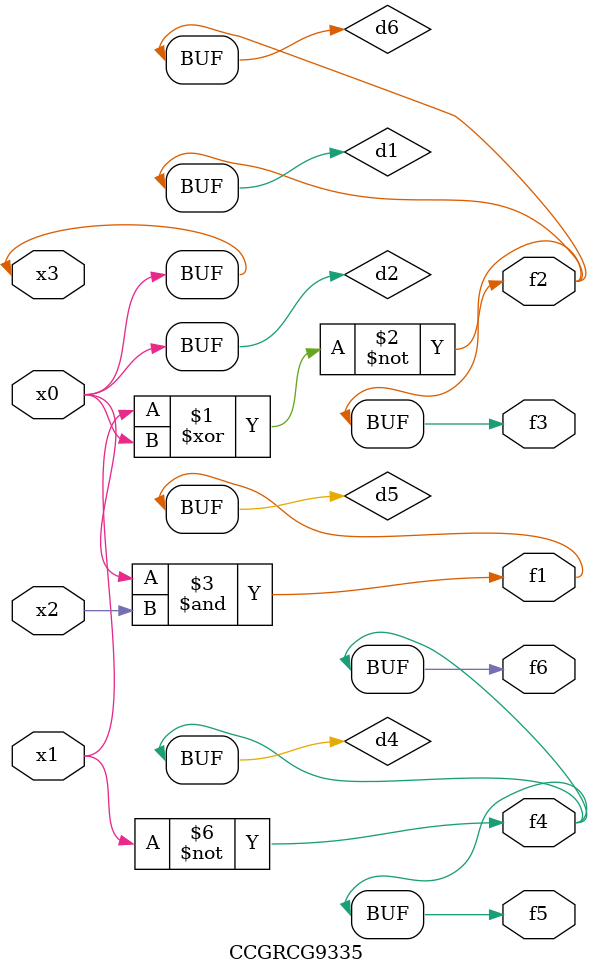
<source format=v>
module CCGRCG9335(
	input x0, x1, x2, x3,
	output f1, f2, f3, f4, f5, f6
);

	wire d1, d2, d3, d4, d5, d6;

	xnor (d1, x1, x3);
	buf (d2, x0, x3);
	nand (d3, x0, x2);
	not (d4, x1);
	nand (d5, d3);
	or (d6, d1);
	assign f1 = d5;
	assign f2 = d6;
	assign f3 = d6;
	assign f4 = d4;
	assign f5 = d4;
	assign f6 = d4;
endmodule

</source>
